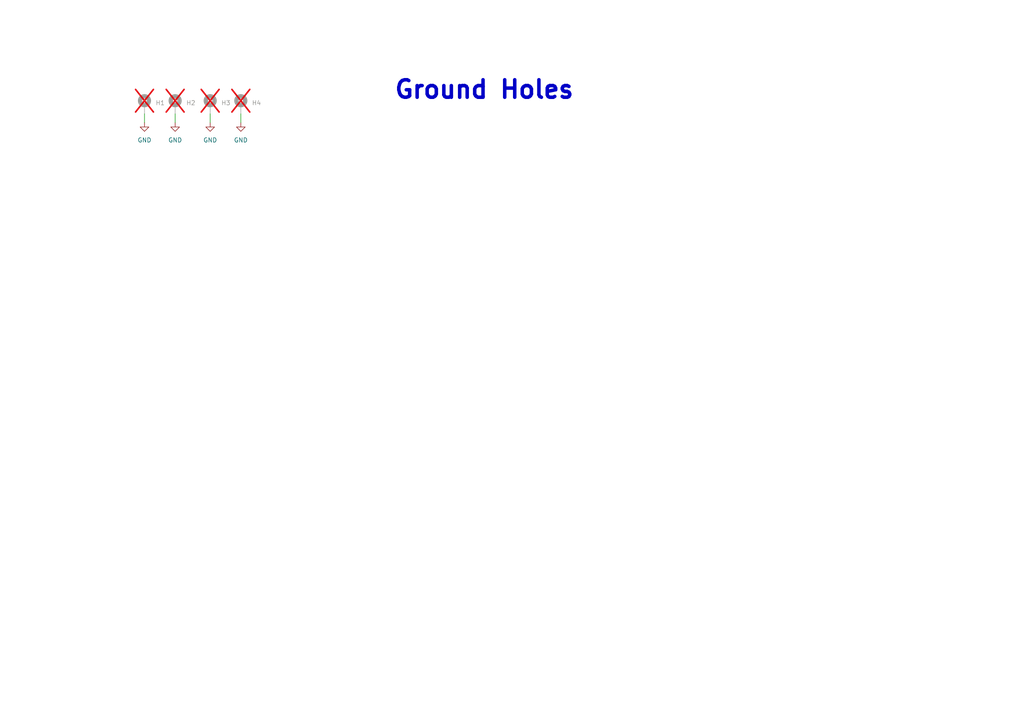
<source format=kicad_sch>
(kicad_sch (version 20250114) (generator "eeschema") (generator_version "9.0")
  (paper "A4")
  (title_block (title "Arena 12-12 top :: Modular LED Display") (date "2025-07-25") (rev "v11.4.3") (company "IORodeo for Reiserlab @ Janelia"))
  (lib_symbols
    (symbol "Mechanical:MountingHole_Pad" (pin_numbers (hide yes)) (pin_names (offset 1.016) (hide yes))
      (property "Reference" "H" (at 0 6.35 0))
      (property "Value" "MountingHole_Pad" (at 0 4.445 0))
      (symbol "MountingHole_Pad_0_1"
        (circle (center 0 1.27) (radius 1.27) (stroke (width 1.27)))
      )
      (symbol "MountingHole_Pad_1_1"
        (pin input line (at 0 -2.54 90) (length 2.54) (name "1") (number "1"))
      )
    )
    (symbol "power:GND" (power) (pin_names (offset 0))
      (property "Value" "GND" (at 0 -3.81 0))
      (symbol "GND_0_1"
        (polyline (pts (xy 0 0) (xy 0 -1.27) (xy 1.27 -1.27) (xy 0 -2.54) (xy -1.27 -1.27) (xy 0 -1.27)))
      )
      (symbol "GND_1_1"
        (pin power_in line (at 0 0 270) (length 0) (hide yes) (name "GND") (number "1"))
      )
    )
  )
  (text "Ground Holes" (at 140.462 26.162 0) (effects (font (size 5.08 5.08) (thickness 1.016) (bold yes))))
  (wire (pts (xy 41.91 33.02) (xy 41.91 35.56)))
  (wire (pts (xy 60.96 33.02) (xy 60.96 35.56)))
  (wire (pts (xy 69.85 33.02) (xy 69.85 35.56)))
  (wire (pts (xy 50.8 33.02) (xy 50.8 35.56)))
  (symbol (lib_id "power:GND") (at 69.85 35.56 0) (mirror y) (unit 1)
    (property "Reference" "#PWR011" (effects (hide yes)))
    (property "Value" "GND" (at 69.85 40.64 0))
  )
  (symbol (lib_id "Mechanical:MountingHole_Pad") (at 50.8 30.48 0) (unit 1) (in_bom no) (dnp yes)
    (property "Reference" "H2" (at 53.975 29.845 0) (effects (justify left)))
    (property "Value" "MountingHole_Pad" (effects (hide yes)))
    (property "Footprint" "MountingHole:MountingHole_4.5mm_Pad" (effects (hide yes)))
  )
  (symbol (lib_id "power:GND") (at 50.8 35.56 0) (mirror y) (unit 1)
    (property "Reference" "#PWR09" (effects (hide yes)))
    (property "Value" "GND" (at 50.8 40.64 0))
  )
  (symbol (lib_id "power:GND") (at 41.91 35.56 0) (mirror y) (unit 1)
    (property "Reference" "#PWR08" (effects (hide yes)))
    (property "Value" "GND" (at 41.91 40.64 0))
  )
  (symbol (lib_id "Mechanical:MountingHole_Pad") (at 60.96 30.48 0) (unit 1) (in_bom no) (dnp yes)
    (property "Reference" "H3" (at 64.135 29.845 0) (effects (justify left)))
    (property "Value" "MountingHole_Pad" (effects (hide yes)))
    (property "Footprint" "MountingHole:MountingHole_4.5mm_Pad" (effects (hide yes)))
  )
  (symbol (lib_id "Mechanical:MountingHole_Pad") (at 41.91 30.48 0) (unit 1) (in_bom no) (dnp yes)
    (property "Reference" "H1" (at 45.085 29.845 0) (effects (justify left)))
    (property "Value" "MountingHole_Pad" (effects (hide yes)))
    (property "Footprint" "MountingHole:MountingHole_4.5mm_Pad" (effects (hide yes)))
  )
  (symbol (lib_id "power:GND") (at 60.96 35.56 0) (mirror y) (unit 1)
    (property "Reference" "#PWR010" (effects (hide yes)))
    (property "Value" "GND" (at 60.96 40.64 0))
  )
  (symbol (lib_id "Mechanical:MountingHole_Pad") (at 69.85 30.48 0) (unit 1) (in_bom no) (dnp yes)
    (property "Reference" "H4" (at 73.025 29.845 0) (effects (justify left)))
    (property "Value" "MountingHole_Pad" (effects (hide yes)))
    (property "Footprint" "MountingHole:MountingHole_4.5mm_Pad" (effects (hide yes)))
  )
)
</source>
